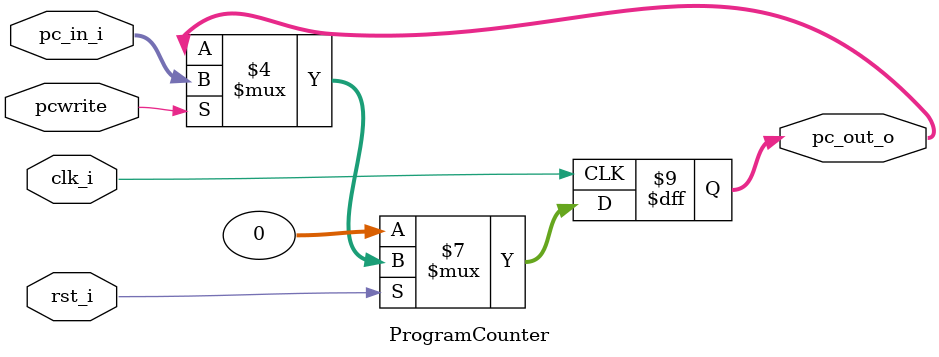
<source format=v>

module ProgramCounter(
    clk_i,
	rst_i,
	pcwrite,
	pc_in_i,
	pc_out_o
	);
     
//I/O ports
input           clk_i;
input	        rst_i;
input			pcwrite;
input  [32-1:0] pc_in_i;
output [32-1:0] pc_out_o;
 
//Internal Signals
reg    [32-1:0] pc_out_o;
 
//Parameter

    
//Main function
always @(posedge clk_i) begin
    if(~rst_i)
	    pc_out_o <= 0;
	else if(pcwrite)
	    pc_out_o <= pc_in_i;
	else
		pc_out_o <= pc_out_o;
end

endmodule



                    
                    
</source>
